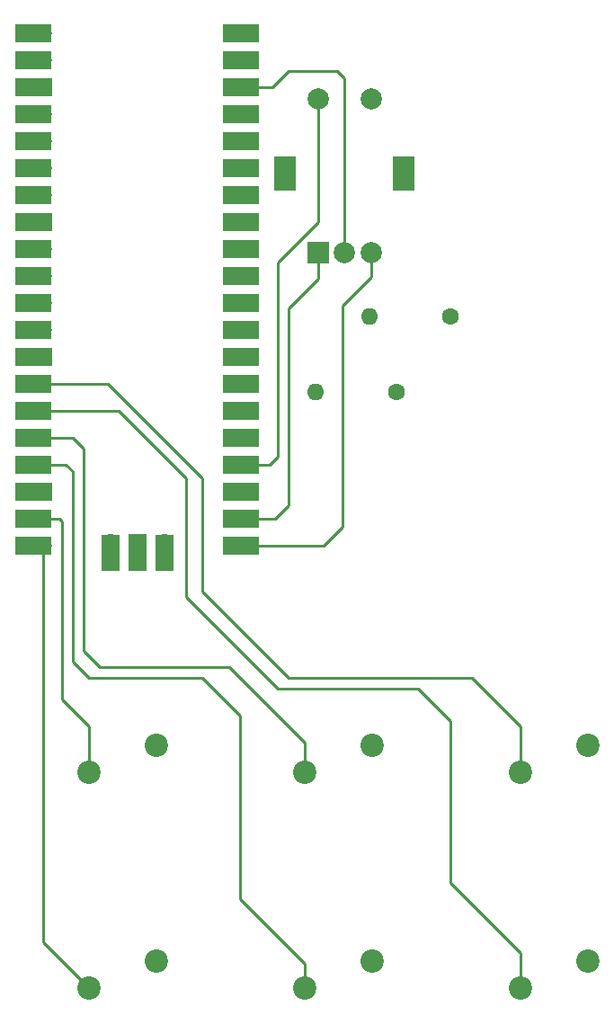
<source format=gbr>
G04 #@! TF.GenerationSoftware,KiCad,Pcbnew,5.1.5+dfsg1-2build2*
G04 #@! TF.CreationDate,2021-05-16T21:52:53+03:00*
G04 #@! TF.ProjectId,pico-mediakeeb,7069636f-2d6d-4656-9469-616b6565622e,v01*
G04 #@! TF.SameCoordinates,Original*
G04 #@! TF.FileFunction,Copper,L1,Top*
G04 #@! TF.FilePolarity,Positive*
%FSLAX46Y46*%
G04 Gerber Fmt 4.6, Leading zero omitted, Abs format (unit mm)*
G04 Created by KiCad (PCBNEW 5.1.5+dfsg1-2build2) date 2021-05-16 21:52:53*
%MOMM*%
%LPD*%
G04 APERTURE LIST*
%ADD10C,2.200000*%
%ADD11R,2.000000X2.000000*%
%ADD12C,2.000000*%
%ADD13R,2.000000X3.200000*%
%ADD14O,1.700000X1.700000*%
%ADD15R,1.700000X1.700000*%
%ADD16R,3.500000X1.700000*%
%ADD17R,1.700000X3.500000*%
%ADD18O,1.600000X1.600000*%
%ADD19C,1.600000*%
%ADD20C,0.250000*%
G04 APERTURE END LIST*
D10*
X93472000Y-123444000D03*
X99822000Y-120904000D03*
X73152000Y-123444000D03*
X79502000Y-120904000D03*
X52832000Y-123444000D03*
X59182000Y-120904000D03*
X93472000Y-143764000D03*
X99822000Y-141224000D03*
X73152000Y-143764000D03*
X79502000Y-141224000D03*
X52832000Y-143764000D03*
X59182000Y-141224000D03*
D11*
X74422000Y-74554000D03*
D12*
X76922000Y-74554000D03*
X79422000Y-74554000D03*
D13*
X71322000Y-67054000D03*
X82522000Y-67054000D03*
D12*
X74422000Y-60054000D03*
X79422000Y-60054000D03*
D14*
X48514000Y-53848000D03*
X48514000Y-56388000D03*
D15*
X48514000Y-58928000D03*
D14*
X48514000Y-61468000D03*
X48514000Y-64008000D03*
X48514000Y-66548000D03*
X48514000Y-69088000D03*
D15*
X48514000Y-71628000D03*
D14*
X48514000Y-74168000D03*
X48514000Y-76708000D03*
X48514000Y-79248000D03*
X48514000Y-81788000D03*
D15*
X48514000Y-84328000D03*
D14*
X48514000Y-86868000D03*
X48514000Y-89408000D03*
X48514000Y-91948000D03*
X48514000Y-94488000D03*
D15*
X48514000Y-97028000D03*
D14*
X48514000Y-99568000D03*
X48514000Y-102108000D03*
X66294000Y-102108000D03*
X66294000Y-99568000D03*
D15*
X66294000Y-97028000D03*
D14*
X66294000Y-94488000D03*
X66294000Y-91948000D03*
X66294000Y-89408000D03*
X66294000Y-86868000D03*
D15*
X66294000Y-84328000D03*
D14*
X66294000Y-81788000D03*
X66294000Y-79248000D03*
X66294000Y-76708000D03*
X66294000Y-74168000D03*
D15*
X66294000Y-71628000D03*
D14*
X66294000Y-69088000D03*
X66294000Y-66548000D03*
X66294000Y-64008000D03*
X66294000Y-61468000D03*
D15*
X66294000Y-58928000D03*
D14*
X66294000Y-56388000D03*
X66294000Y-53848000D03*
D16*
X47614000Y-53848000D03*
X47614000Y-56388000D03*
X47614000Y-58928000D03*
X47614000Y-61468000D03*
X47614000Y-64008000D03*
X47614000Y-66548000D03*
X47614000Y-69088000D03*
X47614000Y-71628000D03*
X47614000Y-74168000D03*
X47614000Y-76708000D03*
X47614000Y-79248000D03*
X47614000Y-81788000D03*
X47614000Y-84328000D03*
X47614000Y-86868000D03*
X47614000Y-89408000D03*
X47614000Y-91948000D03*
X47614000Y-94488000D03*
X47614000Y-97028000D03*
X47614000Y-99568000D03*
X47614000Y-102108000D03*
X67194000Y-53848000D03*
X67194000Y-56388000D03*
X67194000Y-58928000D03*
X67194000Y-61468000D03*
X67194000Y-64008000D03*
X67194000Y-66548000D03*
X67194000Y-69088000D03*
X67194000Y-71628000D03*
X67194000Y-74168000D03*
X67194000Y-76708000D03*
X67194000Y-79248000D03*
X67194000Y-81788000D03*
X67194000Y-84328000D03*
X67194000Y-86868000D03*
X67194000Y-89408000D03*
X67194000Y-91948000D03*
X67194000Y-94488000D03*
X67194000Y-97028000D03*
X67194000Y-99568000D03*
X67194000Y-102108000D03*
D17*
X54864000Y-102778000D03*
D14*
X54864000Y-101878000D03*
D17*
X57404000Y-102778000D03*
D15*
X57404000Y-101878000D03*
D17*
X59944000Y-102778000D03*
D14*
X59944000Y-101878000D03*
D18*
X74168000Y-87630000D03*
D19*
X81788000Y-87630000D03*
D18*
X79248000Y-80518000D03*
D19*
X86868000Y-80518000D03*
D20*
X76708000Y-79502000D02*
X76708000Y-100330000D01*
X74930000Y-102108000D02*
X66294000Y-102108000D01*
X76708000Y-100330000D02*
X74930000Y-102108000D01*
X79422000Y-76788000D02*
X76962000Y-79248000D01*
X76962000Y-79248000D02*
X76708000Y-79502000D01*
X79422000Y-74554000D02*
X79422000Y-76788000D01*
X78422001Y-77787999D02*
X76962000Y-79248000D01*
X48514000Y-139446000D02*
X52832000Y-143764000D01*
X48514000Y-102108000D02*
X48514000Y-139446000D01*
X67056000Y-118110000D02*
X67056000Y-135382000D01*
X63500000Y-114554000D02*
X67056000Y-118110000D01*
X52832000Y-114554000D02*
X63500000Y-114554000D01*
X51308000Y-113030000D02*
X52832000Y-114554000D01*
X73152000Y-141478000D02*
X73152000Y-143764000D01*
X67056000Y-135382000D02*
X73152000Y-141478000D01*
X51308000Y-95123000D02*
X51308000Y-113030000D01*
X50673000Y-94488000D02*
X51308000Y-95123000D01*
X48514000Y-94488000D02*
X50673000Y-94488000D01*
X48514000Y-89408000D02*
X55626000Y-89408000D01*
X55626000Y-89408000D02*
X61976000Y-95758000D01*
X61976000Y-95758000D02*
X61976000Y-106934000D01*
X61976000Y-106934000D02*
X70612000Y-115570000D01*
X70612000Y-115570000D02*
X83820000Y-115570000D01*
X83820000Y-115570000D02*
X86868000Y-118618000D01*
X86868000Y-118618000D02*
X86868000Y-133858000D01*
X93472000Y-140462000D02*
X93472000Y-143764000D01*
X86868000Y-133858000D02*
X93472000Y-140462000D01*
X48514000Y-99568000D02*
X50038000Y-99568000D01*
X50038000Y-99568000D02*
X50292000Y-99822000D01*
X50292000Y-99822000D02*
X50292000Y-116586000D01*
X52832000Y-119126000D02*
X52832000Y-123444000D01*
X50292000Y-116586000D02*
X52832000Y-119126000D01*
X73152000Y-120650000D02*
X73152000Y-123444000D01*
X66040000Y-113538000D02*
X73152000Y-120650000D01*
X53848000Y-113538000D02*
X66040000Y-113538000D01*
X52324000Y-112014000D02*
X53848000Y-113538000D01*
X52324000Y-92964000D02*
X52324000Y-112014000D01*
X51308000Y-91948000D02*
X52324000Y-92964000D01*
X48514000Y-91948000D02*
X51308000Y-91948000D01*
X48514000Y-86868000D02*
X54610000Y-86868000D01*
X54610000Y-86868000D02*
X63500000Y-95758000D01*
X63500000Y-95758000D02*
X63500000Y-106426000D01*
X63500000Y-106426000D02*
X71628000Y-114554000D01*
X71628000Y-114554000D02*
X88900000Y-114554000D01*
X93472000Y-119126000D02*
X93472000Y-123444000D01*
X88900000Y-114554000D02*
X93472000Y-119126000D01*
X76922000Y-74554000D02*
X76922000Y-58126000D01*
X76922000Y-58126000D02*
X76200000Y-57404000D01*
X76200000Y-57404000D02*
X71628000Y-57404000D01*
X70104000Y-58928000D02*
X66294000Y-58928000D01*
X71628000Y-57404000D02*
X70104000Y-58928000D01*
X67496081Y-94488000D02*
X66294000Y-94488000D01*
X67839002Y-94488000D02*
X67496081Y-94488000D01*
X69850000Y-94488000D02*
X66294000Y-94488000D01*
X70612000Y-75438000D02*
X70612000Y-93726000D01*
X70612000Y-93726000D02*
X69850000Y-94488000D01*
X74422000Y-71628000D02*
X70612000Y-75438000D01*
X74422000Y-60054000D02*
X74422000Y-71628000D01*
X70358000Y-99568000D02*
X66294000Y-99568000D01*
X71628000Y-98298000D02*
X70358000Y-99568000D01*
X71628000Y-79756000D02*
X71628000Y-80264000D01*
X74422000Y-76962000D02*
X71628000Y-79756000D01*
X74422000Y-74554000D02*
X74422000Y-76962000D01*
X71628000Y-80264000D02*
X71628000Y-98298000D01*
M02*

</source>
